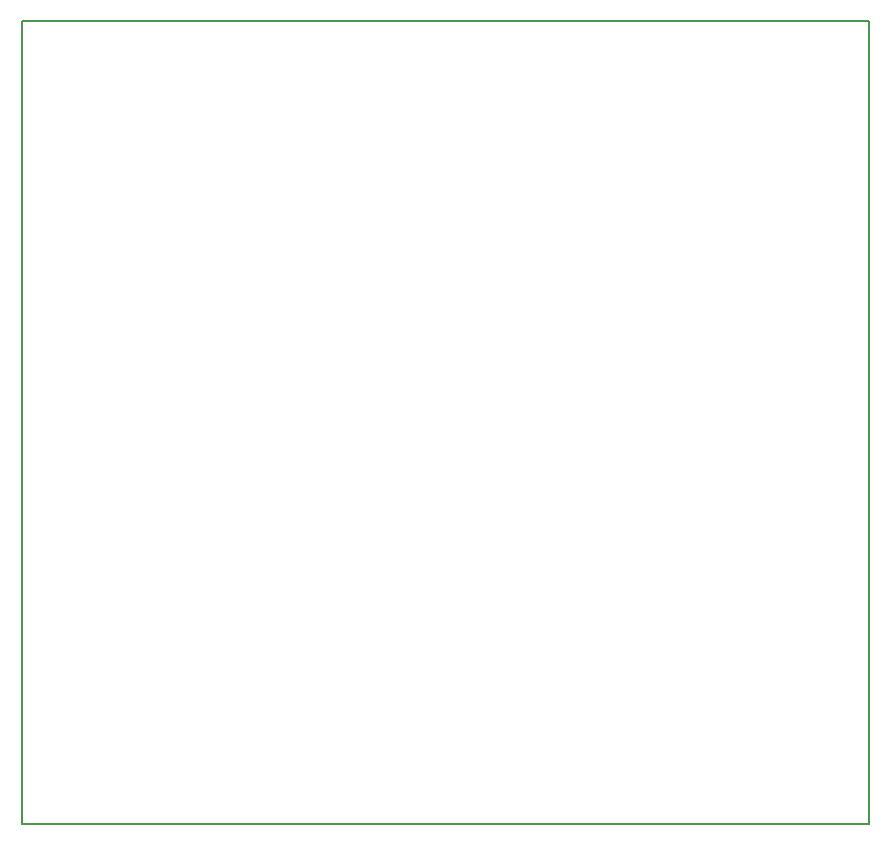
<source format=gm1>
G04 MADE WITH FRITZING*
G04 WWW.FRITZING.ORG*
G04 DOUBLE SIDED*
G04 HOLES PLATED*
G04 CONTOUR ON CENTER OF CONTOUR VECTOR*
%ASAXBY*%
%FSLAX23Y23*%
%MOIN*%
%OFA0B0*%
%SFA1.0B1.0*%
%ADD10R,2.830350X2.683980*%
%ADD11C,0.008000*%
%ADD10C,0.008*%
%LNCONTOUR*%
G90*
G70*
G54D10*
G54D11*
X4Y2680D02*
X2826Y2680D01*
X2826Y4D01*
X4Y4D01*
X4Y2680D01*
D02*
G04 End of contour*
M02*
</source>
